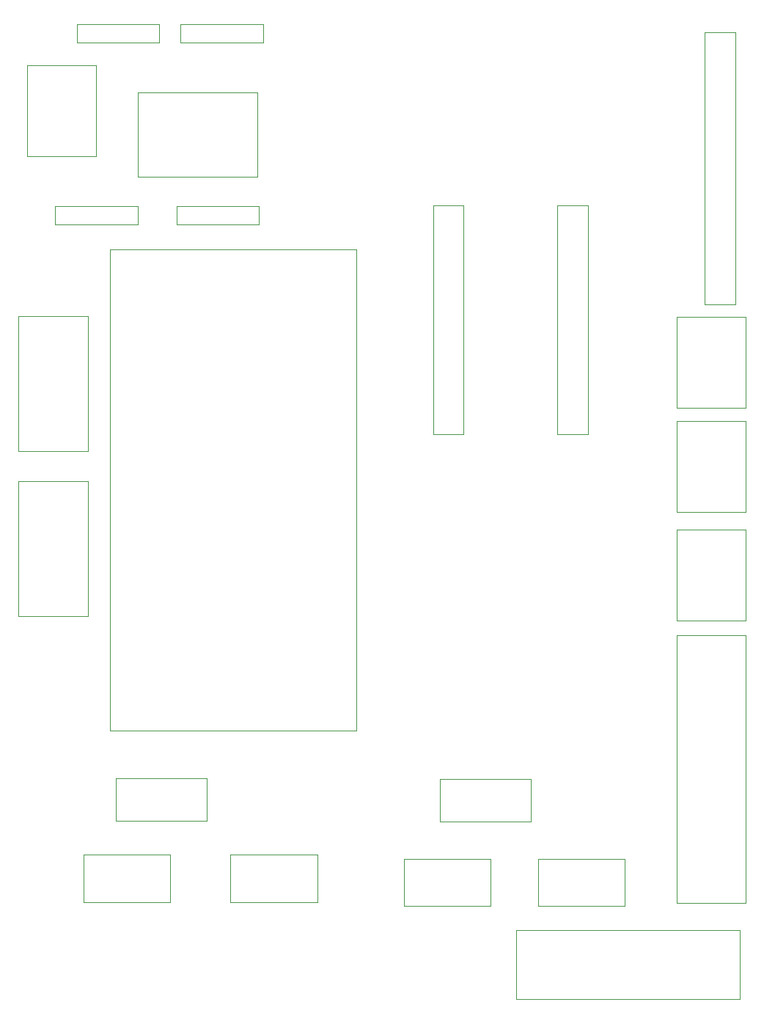
<source format=gbr>
%TF.GenerationSoftware,KiCad,Pcbnew,9.0.3*%
%TF.CreationDate,2025-08-08T14:41:56-05:00*%
%TF.ProjectId,baquelita,62617175-656c-4697-9461-2e6b69636164,rev?*%
%TF.SameCoordinates,Original*%
%TF.FileFunction,Other,User*%
%FSLAX46Y46*%
G04 Gerber Fmt 4.6, Leading zero omitted, Abs format (unit mm)*
G04 Created by KiCad (PCBNEW 9.0.3) date 2025-08-08 14:41:56*
%MOMM*%
%LPD*%
G01*
G04 APERTURE LIST*
%ADD10C,0.050000*%
G04 APERTURE END LIST*
D10*
%TO.C,J10*%
X90520000Y-148000000D02*
X116320000Y-148000000D01*
X90520000Y-148000000D02*
X90520000Y-156000000D01*
X116320000Y-156000000D02*
X116320000Y-148000000D01*
X116320000Y-156000000D02*
X90520000Y-156000000D01*
%TO.C,J2*%
X84420000Y-90730000D02*
X84420000Y-64330000D01*
X84420000Y-64330000D02*
X80880000Y-64330000D01*
X80880000Y-90730000D02*
X84420000Y-90730000D01*
X80880000Y-64330000D02*
X80880000Y-90730000D01*
%TO.C,J3*%
X98770000Y-90770000D02*
X98770000Y-64370000D01*
X98770000Y-64370000D02*
X95230000Y-64370000D01*
X95230000Y-90770000D02*
X98770000Y-90770000D01*
X95230000Y-64370000D02*
X95230000Y-90770000D01*
%TO.C,J7*%
X115770000Y-75810000D02*
X115770000Y-44330000D01*
X115770000Y-44330000D02*
X112230000Y-44330000D01*
X112230000Y-75810000D02*
X115770000Y-75810000D01*
X112230000Y-44330000D02*
X112230000Y-75810000D01*
%TO.C,J11*%
X109000000Y-144830000D02*
X109000000Y-113930000D01*
X109000000Y-144830000D02*
X117000000Y-144830000D01*
X117000000Y-113930000D02*
X109000000Y-113930000D01*
X117000000Y-113930000D02*
X117000000Y-144830000D01*
%TO.C,U2*%
X81710000Y-130600000D02*
X92210000Y-130600000D01*
X92210000Y-135500000D01*
X81710000Y-135500000D01*
X81710000Y-130600000D01*
%TO.C,U3*%
X54710000Y-135400000D02*
X44210000Y-135400000D01*
X44210000Y-130500000D01*
X54710000Y-130500000D01*
X54710000Y-135400000D01*
%TO.C,C3*%
X40500000Y-139250000D02*
X50500000Y-139250000D01*
X50500000Y-144750000D01*
X40500000Y-144750000D01*
X40500000Y-139250000D01*
%TO.C,R3*%
X51240000Y-64450000D02*
X60760000Y-64450000D01*
X60760000Y-66550000D01*
X51240000Y-66550000D01*
X51240000Y-64450000D01*
%TO.C,C2*%
X103000000Y-145250000D02*
X93000000Y-145250000D01*
X93000000Y-139750000D01*
X103000000Y-139750000D01*
X103000000Y-145250000D01*
%TO.C,J6*%
X33000000Y-92720000D02*
X33000000Y-77120000D01*
X33000000Y-92720000D02*
X41000000Y-92720000D01*
X41000000Y-77120000D02*
X33000000Y-77120000D01*
X41000000Y-77120000D02*
X41000000Y-92720000D01*
%TO.C,J1*%
X117000000Y-77210000D02*
X117000000Y-87710000D01*
X117000000Y-77210000D02*
X109000000Y-77210000D01*
X109000000Y-87710000D02*
X117000000Y-87710000D01*
X109000000Y-87710000D02*
X109000000Y-77210000D01*
%TO.C,C4*%
X57500000Y-139250000D02*
X67500000Y-139250000D01*
X67500000Y-144750000D01*
X57500000Y-144750000D01*
X57500000Y-139250000D01*
%TO.C,C1*%
X77500000Y-139750000D02*
X87500000Y-139750000D01*
X87500000Y-145250000D01*
X77500000Y-145250000D01*
X77500000Y-139750000D01*
%TO.C,R2*%
X39740000Y-43450000D02*
X49260000Y-43450000D01*
X49260000Y-45550000D01*
X39740000Y-45550000D01*
X39740000Y-43450000D01*
%TO.C,J5*%
X33000000Y-111800000D02*
X33000000Y-96200000D01*
X33000000Y-111800000D02*
X41000000Y-111800000D01*
X41000000Y-96200000D02*
X33000000Y-96200000D01*
X41000000Y-96200000D02*
X41000000Y-111800000D01*
%TO.C,J4*%
X42000000Y-48210000D02*
X42000000Y-58710000D01*
X42000000Y-48210000D02*
X34000000Y-48210000D01*
X34000000Y-58710000D02*
X42000000Y-58710000D01*
X34000000Y-58710000D02*
X34000000Y-48210000D01*
%TO.C,J8*%
X117000000Y-89250000D02*
X117000000Y-99750000D01*
X117000000Y-89250000D02*
X109000000Y-89250000D01*
X109000000Y-99750000D02*
X117000000Y-99750000D01*
X109000000Y-99750000D02*
X109000000Y-89250000D01*
%TO.C,R1*%
X51740000Y-43450000D02*
X61260000Y-43450000D01*
X61260000Y-45550000D01*
X51740000Y-45550000D01*
X51740000Y-43450000D01*
%TO.C,J9*%
X117000000Y-101750000D02*
X117000000Y-112250000D01*
X117000000Y-101750000D02*
X109000000Y-101750000D01*
X109000000Y-112250000D02*
X117000000Y-112250000D01*
X109000000Y-112250000D02*
X109000000Y-101750000D01*
%TO.C,U4*%
X60550000Y-51320000D02*
X46830000Y-51320000D01*
X46830000Y-61050000D01*
X60550000Y-61050000D01*
X60550000Y-51320000D01*
%TO.C,R4*%
X37240000Y-64450000D02*
X46760000Y-64450000D01*
X46760000Y-66550000D01*
X37240000Y-66550000D01*
X37240000Y-64450000D01*
%TO.C,U5*%
X43550000Y-69470000D02*
X43550000Y-124970000D01*
X43550000Y-124970000D02*
X72050000Y-124970000D01*
X72050000Y-69470000D02*
X43550000Y-69470000D01*
X72050000Y-124970000D02*
X72050000Y-69470000D01*
%TD*%
M02*

</source>
